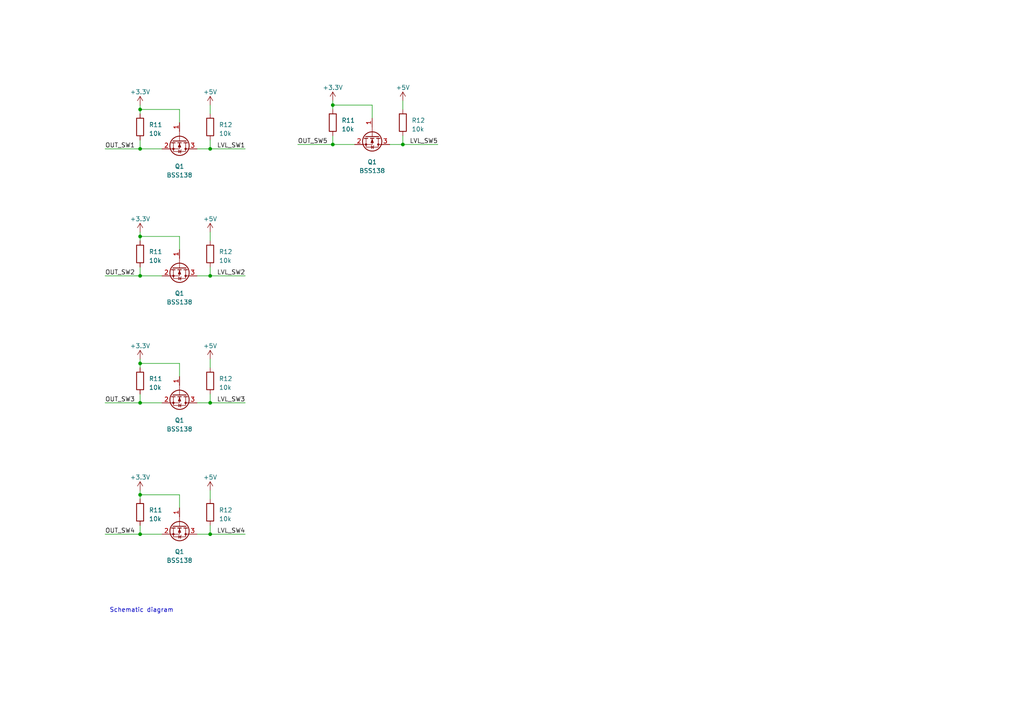
<source format=kicad_sch>
(kicad_sch (version 20230121) (generator eeschema)
  (paper "A4")
  (title_block (title "Levelshifting logic") (date "2023-02-14") (comment 1 "https://cdn.sparkfun.com/datasheets/BreakoutBoards/Logic_Level_Bidirectional.pdf"))
  (lib_symbols
    (symbol "+5V_1" (power) (pin_names (offset 0))
      (property "Value" "+5V_1" (at 0 3.556 0))
      (symbol "+5V_1_0_1"
        (polyline (pts (xy -0.762 1.27) (xy 0 2.54)))
        (polyline (pts (xy 0 0) (xy 0 2.54)))
        (polyline (pts (xy 0 2.54) (xy 0.762 1.27)))
      )
      (symbol "+5V_1_1_1"
        (pin power_in line (at 0 0 90) (length 0) hide (name "+5V") (number "1"))
      )
    )
    (symbol "Device:R" (pin_numbers hide) (pin_names (offset 0))
      (property "Reference" "R" (at 2.032 0 90))
      (property "Value" "R" (at 0 0 90))
      (symbol "R_0_1"
        (rectangle (start -1.016 -2.54) (end 1.016 2.54) (stroke (width 0.254)))
      )
      (symbol "R_1_1"
        (pin passive line (at 0 3.81 270) (length 1.27) (name "~") (number "1"))
        (pin passive line (at 0 -3.81 90) (length 1.27) (name "~") (number "2"))
      )
    )
    (symbol "Transistor_FET:BSS138" (pin_names hide)
      (property "Reference" "Q" (at 5.08 1.905 0))
      (property "Value" "BSS138" (at 5.08 0 0))
      (symbol "BSS138_0_1"
        (polyline (pts (xy 0.254 0) (xy -2.54 0)))
        (polyline (pts (xy 0.254 1.905) (xy 0.254 -1.905)) (stroke (width 0.254)))
        (polyline (pts (xy 0.762 -1.27) (xy 0.762 -2.286)) (stroke (width 0.254)))
        (polyline (pts (xy 0.762 0.508) (xy 0.762 -0.508)) (stroke (width 0.254)))
        (polyline (pts (xy 0.762 2.286) (xy 0.762 1.27)) (stroke (width 0.254)))
        (polyline (pts (xy 2.54 2.54) (xy 2.54 1.778)))
        (polyline (pts (xy 2.54 -2.54) (xy 2.54 0) (xy 0.762 0)))
        (polyline (pts (xy 0.762 -1.778) (xy 3.302 -1.778) (xy 3.302 1.778) (xy 0.762 1.778)))
        (polyline (pts (xy 1.016 0) (xy 2.032 0.381) (xy 2.032 -0.381) (xy 1.016 0)) (fill (type outline)))
        (polyline (pts (xy 2.794 0.508) (xy 2.921 0.381) (xy 3.683 0.381) (xy 3.81 0.254)))
        (polyline (pts (xy 3.302 0.381) (xy 2.921 -0.254) (xy 3.683 -0.254) (xy 3.302 0.381)))
        (circle (center 1.651 0) (radius 2.794) (stroke (width 0.254)))
        (circle (center 2.54 -1.778) (radius 0.254) (fill (type outline)))
        (circle (center 2.54 1.778) (radius 0.254) (fill (type outline)))
      )
      (symbol "BSS138_1_1"
        (pin input line (at -5.08 0 0) (length 2.54) (name "G") (number "1"))
        (pin passive line (at 2.54 -5.08 90) (length 2.54) (name "S") (number "2"))
        (pin passive line (at 2.54 5.08 270) (length 2.54) (name "D") (number "3"))
      )
    )
    (symbol "power:+3.3V" (power) (pin_names (offset 0))
      (property "Value" "+3.3V" (at 0 3.556 0))
      (symbol "+3.3V_0_1"
        (polyline (pts (xy -0.762 1.27) (xy 0 2.54)))
        (polyline (pts (xy 0 0) (xy 0 2.54)))
        (polyline (pts (xy 0 2.54) (xy 0.762 1.27)))
      )
      (symbol "+3.3V_1_1"
        (pin power_in line (at 0 0 90) (length 0) hide (name "+3.3V") (number "1"))
      )
    )
  )
  (junction (at 40.64 43.18))
  (junction (at 40.64 143.51))
  (junction (at 96.52 30.48))
  (junction (at 96.52 41.91))
  (junction (at 60.96 154.94))
  (junction (at 116.84 41.91))
  (junction (at 60.96 116.84))
  (junction (at 40.64 31.75))
  (junction (at 60.96 43.18))
  (junction (at 40.64 80.01))
  (junction (at 40.64 116.84))
  (junction (at 60.96 80.01))
  (junction (at 40.64 105.41))
  (junction (at 40.64 154.94))
  (junction (at 40.64 68.58))
  (wire (pts (xy 52.07 31.75) (xy 40.64 31.75)))
  (wire (pts (xy 57.15 80.01) (xy 60.96 80.01)))
  (wire (pts (xy 40.64 77.47) (xy 40.64 80.01)))
  (wire (pts (xy 52.07 105.41) (xy 40.64 105.41)))
  (wire (pts (xy 60.96 43.18) (xy 71.12 43.18)))
  (wire (pts (xy 40.64 43.18) (xy 46.99 43.18)))
  (wire (pts (xy 60.96 116.84) (xy 60.96 114.3)))
  (wire (pts (xy 40.64 68.58) (xy 40.64 69.85)))
  (wire (pts (xy 40.64 40.64) (xy 40.64 43.18)))
  (wire (pts (xy 40.64 105.41) (xy 40.64 106.68)))
  (wire (pts (xy 52.07 109.22) (xy 52.07 105.41)))
  (wire (pts (xy 40.64 152.4) (xy 40.64 154.94)))
  (wire (pts (xy 116.84 41.91) (xy 116.84 39.37)))
  (wire (pts (xy 57.15 116.84) (xy 60.96 116.84)))
  (wire (pts (xy 60.96 104.14) (xy 60.96 106.68)))
  (wire (pts (xy 52.07 72.39) (xy 52.07 68.58)))
  (wire (pts (xy 96.52 30.48) (xy 96.52 31.75)))
  (wire (pts (xy 52.07 68.58) (xy 40.64 68.58)))
  (wire (pts (xy 52.07 147.32) (xy 52.07 143.51)))
  (wire (pts (xy 30.48 80.01) (xy 40.64 80.01)))
  (wire (pts (xy 60.96 154.94) (xy 71.12 154.94)))
  (wire (pts (xy 40.64 154.94) (xy 46.99 154.94)))
  (wire (pts (xy 57.15 43.18) (xy 60.96 43.18)))
  (wire (pts (xy 96.52 39.37) (xy 96.52 41.91)))
  (wire (pts (xy 40.64 80.01) (xy 46.99 80.01)))
  (wire (pts (xy 52.07 143.51) (xy 40.64 143.51)))
  (wire (pts (xy 52.07 35.56) (xy 52.07 31.75)))
  (wire (pts (xy 40.64 67.31) (xy 40.64 68.58)))
  (wire (pts (xy 116.84 29.21) (xy 116.84 31.75)))
  (wire (pts (xy 40.64 30.48) (xy 40.64 31.75)))
  (wire (pts (xy 60.96 67.31) (xy 60.96 69.85)))
  (wire (pts (xy 86.36 41.91) (xy 96.52 41.91)))
  (wire (pts (xy 30.48 116.84) (xy 40.64 116.84)))
  (wire (pts (xy 40.64 114.3) (xy 40.64 116.84)))
  (wire (pts (xy 60.96 154.94) (xy 60.96 152.4)))
  (wire (pts (xy 40.64 31.75) (xy 40.64 33.02)))
  (wire (pts (xy 60.96 30.48) (xy 60.96 33.02)))
  (wire (pts (xy 96.52 29.21) (xy 96.52 30.48)))
  (wire (pts (xy 30.48 43.18) (xy 40.64 43.18)))
  (wire (pts (xy 57.15 154.94) (xy 60.96 154.94)))
  (wire (pts (xy 60.96 116.84) (xy 71.12 116.84)))
  (wire (pts (xy 40.64 104.14) (xy 40.64 105.41)))
  (wire (pts (xy 60.96 80.01) (xy 60.96 77.47)))
  (wire (pts (xy 107.95 30.48) (xy 96.52 30.48)))
  (wire (pts (xy 60.96 43.18) (xy 60.96 40.64)))
  (wire (pts (xy 60.96 80.01) (xy 71.12 80.01)))
  (wire (pts (xy 30.48 154.94) (xy 40.64 154.94)))
  (wire (pts (xy 113.03 41.91) (xy 116.84 41.91)))
  (wire (pts (xy 40.64 143.51) (xy 40.64 144.78)))
  (wire (pts (xy 40.64 142.24) (xy 40.64 143.51)))
  (wire (pts (xy 116.84 41.91) (xy 127 41.91)))
  (wire (pts (xy 40.64 116.84) (xy 46.99 116.84)))
  (wire (pts (xy 107.95 34.29) (xy 107.95 30.48)))
  (wire (pts (xy 96.52 41.91) (xy 102.87 41.91)))
  (wire (pts (xy 60.96 142.24) (xy 60.96 144.78)))
  (text "Schematic diagram" (at 31.75 177.8 0) (effects (font (size 1.27 1.27)) (justify left bottom)))
  (label "LVL_SW1" (at 71.12 43.18 180))
  (label "LVL_SW3" (at 71.12 116.84 180))
  (label "LVL_SW2" (at 71.12 80.01 180))
  (label "OUT_SW3" (at 30.48 116.84 0))
  (label "OUT_SW1" (at 30.48 43.18 0))
  (label "OUT_SW4" (at 30.48 154.94 0))
  (label "LVL_SW4" (at 71.12 154.94 180))
  (label "LVL_SW5" (at 127 41.91 180))
  (label "OUT_SW5" (at 86.36 41.91 0))
  (label "OUT_SW2" (at 30.48 80.01 0))
  (symbol (lib_id "Device:R") (at 40.64 73.66 0) (unit 1)
    (property "Reference" "R11" (at 43.18 73.025 0) (effects (justify left)))
    (property "Value" "10k" (at 43.18 75.565 0) (effects (justify left)))
    (property "Footprint" "Resistor_SMD:R_0805_2012Metric_Pad1.20x1.40mm_HandSolder" (effects hide))
    (instances (project "greenhouse_project_screen" (path "" (reference "R11") (unit 1)) (path "" (reference "R13") (unit 1))))
  )
  (symbol (lib_id "Device:R") (at 60.96 73.66 0) (unit 1)
    (property "Reference" "R12" (at 63.5 73.025 0) (effects (justify left)))
    (property "Value" "10k" (at 63.5 75.565 0) (effects (justify left)))
    (property "Footprint" "Resistor_SMD:R_0805_2012Metric_Pad1.20x1.40mm_HandSolder" (effects hide))
    (instances (project "greenhouse_project_screen" (path "" (reference "R12") (unit 1)) (path "" (reference "R14") (unit 1))))
  )
  (symbol (lib_name "+5V_1") (lib_id "power:+5V") (at 60.96 67.31 0) (unit 1)
    (property "Reference" "#PWR03" (effects hide))
    (property "Value" "+5V" (at 60.96 63.5 0))
    (instances (project "greenhouse_project_screen" (path "" (reference "#PWR03") (unit 1)) (path "" (reference "#PWR010") (unit 1))))
  )
  (symbol (lib_id "power:+3.3V") (at 40.64 67.31 0) (unit 1)
    (property "Reference" "#PWR01" (effects hide))
    (property "Value" "+3.3V" (at 40.64 63.5 0))
    (instances (project "greenhouse_project_screen" (path "" (reference "#PWR01") (unit 1)) (path "" (reference "#PWR05") (unit 1))))
  )
  (symbol (lib_id "Transistor_FET:BSS138") (at 52.07 152.4 270) (unit 1)
    (property "Reference" "Q1" (at 52.07 160.02 90))
    (property "Value" "BSS138" (at 52.07 162.56 90))
    (property "Footprint" "Package_TO_SOT_SMD:SOT-23" (effects hide))
    (property "Datasheet" "https://www.onsemi.com/pub/Collateral/BSS138-D.PDF" (effects hide))
    (instances (project "greenhouse_project_screen" (path "" (reference "Q1") (unit 1)) (path "" (reference "Q4") (unit 1))))
  )
  (symbol (lib_id "power:+3.3V") (at 40.64 30.48 0) (unit 1)
    (property "Reference" "#PWR01" (effects hide))
    (property "Value" "+3.3V" (at 40.64 26.67 0))
  )
  (symbol (lib_id "power:+3.3V") (at 40.64 104.14 0) (unit 1)
    (property "Reference" "#PWR01" (effects hide))
    (property "Value" "+3.3V" (at 40.64 100.33 0))
    (instances (project "greenhouse_project_screen" (path "" (reference "#PWR01") (unit 1)) (path "" (reference "#PWR012") (unit 1))))
  )
  (symbol (lib_name "+5V_1") (lib_id "power:+5V") (at 60.96 30.48 0) (unit 1)
    (property "Reference" "#PWR03" (effects hide))
    (property "Value" "+5V" (at 60.96 26.67 0))
  )
  (symbol (lib_id "Transistor_FET:BSS138") (at 52.07 77.47 270) (unit 1)
    (property "Reference" "Q1" (at 52.07 85.09 90))
    (property "Value" "BSS138" (at 52.07 87.63 90))
    (property "Footprint" "Package_TO_SOT_SMD:SOT-23" (effects hide))
    (property "Datasheet" "https://www.onsemi.com/pub/Collateral/BSS138-D.PDF" (effects hide))
    (instances (project "greenhouse_project_screen" (path "" (reference "Q1") (unit 1)) (path "" (reference "Q2") (unit 1))))
  )
  (symbol (lib_id "power:+3.3V") (at 40.64 142.24 0) (unit 1)
    (property "Reference" "#PWR01" (effects hide))
    (property "Value" "+3.3V" (at 40.64 138.43 0))
    (instances (project "greenhouse_project_screen" (path "" (reference "#PWR01") (unit 1)) (path "" (reference "#PWR020") (unit 1))))
  )
  (symbol (lib_id "Device:R") (at 60.96 110.49 0) (unit 1)
    (property "Reference" "R12" (at 63.5 109.855 0) (effects (justify left)))
    (property "Value" "10k" (at 63.5 112.395 0) (effects (justify left)))
    (property "Footprint" "Resistor_SMD:R_0805_2012Metric_Pad1.20x1.40mm_HandSolder" (effects hide))
    (instances (project "greenhouse_project_screen" (path "" (reference "R12") (unit 1)) (path "" (reference "R16") (unit 1))))
  )
  (symbol (lib_id "Device:R") (at 116.84 35.56 0) (unit 1)
    (property "Reference" "R12" (at 119.38 34.925 0) (effects (justify left)))
    (property "Value" "10k" (at 119.38 37.465 0) (effects (justify left)))
    (property "Footprint" "Resistor_SMD:R_0805_2012Metric_Pad1.20x1.40mm_HandSolder" (effects hide))
    (instances (project "greenhouse_project_screen" (path "" (reference "R12") (unit 1)) (path "" (reference "R20") (unit 1))))
  )
  (symbol (lib_name "+5V_1") (lib_id "power:+5V") (at 116.84 29.21 0) (unit 1)
    (property "Reference" "#PWR03" (effects hide))
    (property "Value" "+5V" (at 116.84 25.4 0))
    (instances (project "greenhouse_project_screen" (path "" (reference "#PWR03") (unit 1)) (path "" (reference "#PWR023") (unit 1))))
  )
  (symbol (lib_id "Transistor_FET:BSS138") (at 52.07 40.64 270) (unit 1)
    (property "Reference" "Q1" (at 52.07 48.26 90))
    (property "Value" "BSS138" (at 52.07 50.8 90))
    (property "Footprint" "Package_TO_SOT_SMD:SOT-23" (effects hide))
    (property "Datasheet" "https://www.onsemi.com/pub/Collateral/BSS138-D.PDF" (effects hide))
  )
  (symbol (lib_id "Transistor_FET:BSS138") (at 52.07 114.3 270) (unit 1)
    (property "Reference" "Q1" (at 52.07 121.92 90))
    (property "Value" "BSS138" (at 52.07 124.46 90))
    (property "Footprint" "Package_TO_SOT_SMD:SOT-23" (effects hide))
    (property "Datasheet" "https://www.onsemi.com/pub/Collateral/BSS138-D.PDF" (effects hide))
    (instances (project "greenhouse_project_screen" (path "" (reference "Q1") (unit 1)) (path "" (reference "Q3") (unit 1))))
  )
  (symbol (lib_id "Device:R") (at 40.64 110.49 0) (unit 1)
    (property "Reference" "R11" (at 43.18 109.855 0) (effects (justify left)))
    (property "Value" "10k" (at 43.18 112.395 0) (effects (justify left)))
    (property "Footprint" "Resistor_SMD:R_0805_2012Metric_Pad1.20x1.40mm_HandSolder" (effects hide))
    (instances (project "greenhouse_project_screen" (path "" (reference "R11") (unit 1)) (path "" (reference "R15") (unit 1))))
  )
  (symbol (lib_id "Transistor_FET:BSS138") (at 107.95 39.37 270) (unit 1)
    (property "Reference" "Q1" (at 107.95 46.99 90))
    (property "Value" "BSS138" (at 107.95 49.53 90))
    (property "Footprint" "Package_TO_SOT_SMD:SOT-23" (effects hide))
    (property "Datasheet" "https://www.onsemi.com/pub/Collateral/BSS138-D.PDF" (effects hide))
    (instances (project "greenhouse_project_screen" (path "" (reference "Q1") (unit 1)) (path "" (reference "Q5") (unit 1))))
  )
  (symbol (lib_name "+5V_1") (lib_id "power:+5V") (at 60.96 104.14 0) (unit 1)
    (property "Reference" "#PWR03" (effects hide))
    (property "Value" "+5V" (at 60.96 100.33 0))
    (instances (project "greenhouse_project_screen" (path "" (reference "#PWR03") (unit 1)) (path "" (reference "#PWR017") (unit 1))))
  )
  (symbol (lib_id "Device:R") (at 40.64 148.59 0) (unit 1)
    (property "Reference" "R11" (at 43.18 147.955 0) (effects (justify left)))
    (property "Value" "10k" (at 43.18 150.495 0) (effects (justify left)))
    (property "Footprint" "Resistor_SMD:R_0805_2012Metric_Pad1.20x1.40mm_HandSolder" (effects hide))
    (instances (project "greenhouse_project_screen" (path "" (reference "R11") (unit 1)) (path "" (reference "R17") (unit 1))))
  )
  (symbol (lib_id "Device:R") (at 60.96 148.59 0) (unit 1)
    (property "Reference" "R12" (at 63.5 147.955 0) (effects (justify left)))
    (property "Value" "10k" (at 63.5 150.495 0) (effects (justify left)))
    (property "Footprint" "Resistor_SMD:R_0805_2012Metric_Pad1.20x1.40mm_HandSolder" (effects hide))
    (instances (project "greenhouse_project_screen" (path "" (reference "R12") (unit 1)) (path "" (reference "R18") (unit 1))))
  )
  (symbol (lib_name "+5V_1") (lib_id "power:+5V") (at 60.96 142.24 0) (unit 1)
    (property "Reference" "#PWR03" (effects hide))
    (property "Value" "+5V" (at 60.96 138.43 0))
    (instances (project "greenhouse_project_screen" (path "" (reference "#PWR03") (unit 1)) (path "" (reference "#PWR021") (unit 1))))
  )
  (symbol (lib_id "power:+3.3V") (at 96.52 29.21 0) (unit 1)
    (property "Reference" "#PWR01" (effects hide))
    (property "Value" "+3.3V" (at 96.52 25.4 0))
    (instances (project "greenhouse_project_screen" (path "" (reference "#PWR01") (unit 1)) (path "" (reference "#PWR022") (unit 1))))
  )
  (symbol (lib_id "Device:R") (at 96.52 35.56 0) (unit 1)
    (property "Reference" "R11" (at 99.06 34.925 0) (effects (justify left)))
    (property "Value" "10k" (at 99.06 37.465 0) (effects (justify left)))
    (property "Footprint" "Resistor_SMD:R_0805_2012Metric_Pad1.20x1.40mm_HandSolder" (effects hide))
    (instances (project "greenhouse_project_screen" (path "" (reference "R11") (unit 1)) (path "" (reference "R19") (unit 1))))
  )
  (symbol (lib_id "Device:R") (at 40.64 36.83 0) (unit 1)
    (property "Reference" "R11" (at 43.18 36.195 0) (effects (justify left)))
    (property "Value" "10k" (at 43.18 38.735 0) (effects (justify left)))
    (property "Footprint" "Resistor_SMD:R_0805_2012Metric_Pad1.20x1.40mm_HandSolder" (effects hide))
  )
  (symbol (lib_id "Device:R") (at 60.96 36.83 0) (unit 1)
    (property "Reference" "R12" (at 63.5 36.195 0) (effects (justify left)))
    (property "Value" "10k" (at 63.5 38.735 0) (effects (justify left)))
    (property "Footprint" "Resistor_SMD:R_0805_2012Metric_Pad1.20x1.40mm_HandSolder" (effects hide))
  )
)
</source>
